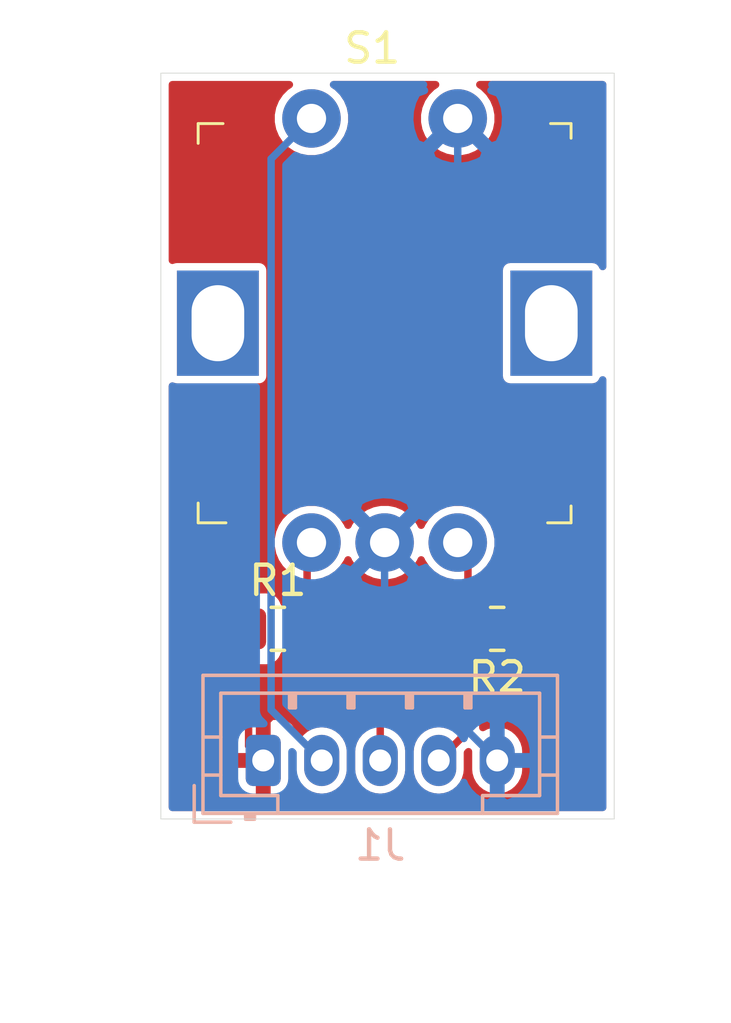
<source format=kicad_pcb>
(kicad_pcb (version 20171130) (host pcbnew "(5.1.9)-1")

  (general
    (thickness 1.6)
    (drawings 4)
    (tracks 22)
    (zones 0)
    (modules 4)
    (nets 7)
  )

  (page A4)
  (layers
    (0 F.Cu signal)
    (31 B.Cu signal)
    (32 B.Adhes user)
    (33 F.Adhes user)
    (34 B.Paste user)
    (35 F.Paste user)
    (36 B.SilkS user)
    (37 F.SilkS user)
    (38 B.Mask user)
    (39 F.Mask user)
    (40 Dwgs.User user)
    (41 Cmts.User user)
    (42 Eco1.User user)
    (43 Eco2.User user)
    (44 Edge.Cuts user)
    (45 Margin user)
    (46 B.CrtYd user)
    (47 F.CrtYd user)
    (48 B.Fab user hide)
    (49 F.Fab user hide)
  )

  (setup
    (last_trace_width 0.254)
    (trace_clearance 0.254)
    (zone_clearance 0.508)
    (zone_45_only no)
    (trace_min 0.127)
    (via_size 0.6096)
    (via_drill 0.3048)
    (via_min_size 0.6096)
    (via_min_drill 0.3048)
    (uvia_size 0.6096)
    (uvia_drill 0.3048)
    (uvias_allowed no)
    (uvia_min_size 0.6096)
    (uvia_min_drill 0.3048)
    (edge_width 0.0254)
    (segment_width 0.2)
    (pcb_text_width 0.3)
    (pcb_text_size 1.5 1.5)
    (mod_edge_width 0.12)
    (mod_text_size 0.8128 0.8128)
    (mod_text_width 0.1524)
    (pad_size 1.524 1.524)
    (pad_drill 0.762)
    (pad_to_mask_clearance 0)
    (aux_axis_origin 0 0)
    (visible_elements FFFFFF7F)
    (pcbplotparams
      (layerselection 0x010fc_ffffffff)
      (usegerberextensions false)
      (usegerberattributes true)
      (usegerberadvancedattributes true)
      (creategerberjobfile true)
      (excludeedgelayer true)
      (linewidth 0.100000)
      (plotframeref false)
      (viasonmask false)
      (mode 1)
      (useauxorigin false)
      (hpglpennumber 1)
      (hpglpenspeed 20)
      (hpglpendiameter 15.000000)
      (psnegative false)
      (psa4output false)
      (plotreference true)
      (plotvalue true)
      (plotinvisibletext false)
      (padsonsilk false)
      (subtractmaskfromsilk false)
      (outputformat 1)
      (mirror false)
      (drillshape 1)
      (scaleselection 1)
      (outputdirectory ""))
  )

  (net 0 "")
  (net 1 GND)
  (net 2 B)
  (net 3 A)
  (net 4 PB)
  (net 5 VCC)
  (net 6 "Net-(S1-Pad3)")

  (net_class Default "This is the default net class."
    (clearance 0.254)
    (trace_width 0.254)
    (via_dia 0.6096)
    (via_drill 0.3048)
    (uvia_dia 0.6096)
    (uvia_drill 0.3048)
    (add_net A)
    (add_net B)
    (add_net GND)
    (add_net "Net-(S1-Pad3)")
    (add_net PB)
    (add_net VCC)
  )

  (module digikey-footprints:Rotary_Encoder_Switched_PEC11R (layer F.Cu) (tedit 5B211F93) (tstamp 60A0DD5B)
    (at 137.45 101.05)
    (path /60A07B58)
    (fp_text reference S1 (at 5.275 -9.4) (layer F.SilkS)
      (effects (font (size 1 1) (thickness 0.15)))
    )
    (fp_text value PEC11R-4215F-S0024 (at 5.125 9.725) (layer F.Fab)
      (effects (font (size 1 1) (thickness 0.15)))
    )
    (fp_text user %R (at 5.65 0.125) (layer F.Fab)
      (effects (font (size 1 1) (thickness 0.15)))
    )
    (fp_line (start -1.65 8.75) (end -1.65 -8.25) (layer F.CrtYd) (width 0.05))
    (fp_line (start 13.05 8.75) (end -1.65 8.75) (layer F.CrtYd) (width 0.05))
    (fp_line (start 13.05 -8.25) (end 13.05 8.75) (layer F.CrtYd) (width 0.05))
    (fp_line (start -1.65 -8.25) (end 13.05 -8.25) (layer F.CrtYd) (width 0.05))
    (fp_line (start 0.275 6.825) (end -0.675 6.825) (layer F.SilkS) (width 0.1))
    (fp_line (start -0.675 6.825) (end -0.675 6.15) (layer F.SilkS) (width 0.1))
    (fp_line (start 0.175 -6.825) (end -0.675 -6.825) (layer F.SilkS) (width 0.1))
    (fp_line (start -0.675 -6.825) (end -0.675 -6.15) (layer F.SilkS) (width 0.1))
    (fp_line (start 12.075 6.25) (end 12.075 6.825) (layer F.SilkS) (width 0.1))
    (fp_line (start 12.075 6.825) (end 11.275 6.825) (layer F.SilkS) (width 0.1))
    (fp_line (start 11.375 -6.825) (end 12.075 -6.825) (layer F.SilkS) (width 0.1))
    (fp_line (start 12.075 -6.825) (end 12.075 -6.325) (layer F.SilkS) (width 0.1))
    (fp_line (start -0.55 -6.7) (end 11.95 -6.7) (layer F.Fab) (width 0.1))
    (fp_line (start -0.55 6.7) (end 11.95 6.7) (layer F.Fab) (width 0.1))
    (fp_line (start -0.55 -6.7) (end -0.55 6.7) (layer F.Fab) (width 0.1))
    (fp_line (start 11.95 -6.7) (end 11.95 6.7) (layer F.Fab) (width 0.1))
    (pad B thru_hole circle (at 8.2 7.5) (size 2 2) (drill 1) (layers *.Cu *.Mask)
      (net 2 B))
    (pad C thru_hole circle (at 5.7 7.5) (size 2 2) (drill 1) (layers *.Cu *.Mask)
      (net 1 GND))
    (pad A thru_hole circle (at 3.2 7.5) (size 2 2) (drill 1) (layers *.Cu *.Mask)
      (net 3 A))
    (pad 2 thru_hole circle (at 8.2 -7) (size 2 2) (drill 1) (layers *.Cu *.Mask)
      (net 1 GND))
    (pad 1 thru_hole circle (at 3.2 -7) (size 2 2) (drill 1) (layers *.Cu *.Mask)
      (net 4 PB))
    (pad 3 thru_hole rect (at 11.4 0) (size 2.8 3.6) (drill oval 1.8 2.6) (layers *.Cu *.Mask)
      (net 6 "Net-(S1-Pad3)"))
    (pad 3 thru_hole rect (at 0 0) (size 2.8 3.6) (drill oval 1.8 2.6) (layers *.Cu *.Mask)
      (net 6 "Net-(S1-Pad3)"))
  )

  (module Resistor_SMD:R_0805_2012Metric_Pad1.20x1.40mm_HandSolder (layer F.Cu) (tedit 5F68FEEE) (tstamp 60A0DD3F)
    (at 147 111.5 180)
    (descr "Resistor SMD 0805 (2012 Metric), square (rectangular) end terminal, IPC_7351 nominal with elongated pad for handsoldering. (Body size source: IPC-SM-782 page 72, https://www.pcb-3d.com/wordpress/wp-content/uploads/ipc-sm-782a_amendment_1_and_2.pdf), generated with kicad-footprint-generator")
    (tags "resistor handsolder")
    (path /60A0DCE2)
    (attr smd)
    (fp_text reference R2 (at 0 -1.65) (layer F.SilkS)
      (effects (font (size 1 1) (thickness 0.15)))
    )
    (fp_text value 10K (at 0 1.65) (layer F.Fab)
      (effects (font (size 1 1) (thickness 0.15)))
    )
    (fp_text user %R (at 0 0) (layer F.Fab)
      (effects (font (size 0.5 0.5) (thickness 0.08)))
    )
    (fp_line (start -1 0.625) (end -1 -0.625) (layer F.Fab) (width 0.1))
    (fp_line (start -1 -0.625) (end 1 -0.625) (layer F.Fab) (width 0.1))
    (fp_line (start 1 -0.625) (end 1 0.625) (layer F.Fab) (width 0.1))
    (fp_line (start 1 0.625) (end -1 0.625) (layer F.Fab) (width 0.1))
    (fp_line (start -0.227064 -0.735) (end 0.227064 -0.735) (layer F.SilkS) (width 0.12))
    (fp_line (start -0.227064 0.735) (end 0.227064 0.735) (layer F.SilkS) (width 0.12))
    (fp_line (start -1.85 0.95) (end -1.85 -0.95) (layer F.CrtYd) (width 0.05))
    (fp_line (start -1.85 -0.95) (end 1.85 -0.95) (layer F.CrtYd) (width 0.05))
    (fp_line (start 1.85 -0.95) (end 1.85 0.95) (layer F.CrtYd) (width 0.05))
    (fp_line (start 1.85 0.95) (end -1.85 0.95) (layer F.CrtYd) (width 0.05))
    (pad 2 smd roundrect (at 1 0 180) (size 1.2 1.4) (layers F.Cu F.Paste F.Mask) (roundrect_rratio 0.208333)
      (net 2 B))
    (pad 1 smd roundrect (at -1 0 180) (size 1.2 1.4) (layers F.Cu F.Paste F.Mask) (roundrect_rratio 0.208333)
      (net 5 VCC))
    (model ${KISYS3DMOD}/Resistor_SMD.3dshapes/R_0805_2012Metric.wrl
      (at (xyz 0 0 0))
      (scale (xyz 1 1 1))
      (rotate (xyz 0 0 0))
    )
  )

  (module Resistor_SMD:R_0805_2012Metric_Pad1.20x1.40mm_HandSolder (layer F.Cu) (tedit 5F68FEEE) (tstamp 60A0DD2E)
    (at 139.5 111.5)
    (descr "Resistor SMD 0805 (2012 Metric), square (rectangular) end terminal, IPC_7351 nominal with elongated pad for handsoldering. (Body size source: IPC-SM-782 page 72, https://www.pcb-3d.com/wordpress/wp-content/uploads/ipc-sm-782a_amendment_1_and_2.pdf), generated with kicad-footprint-generator")
    (tags "resistor handsolder")
    (path /60A0C0F0)
    (attr smd)
    (fp_text reference R1 (at 0 -1.65) (layer F.SilkS)
      (effects (font (size 1 1) (thickness 0.15)))
    )
    (fp_text value 10K (at 0 1.65) (layer F.Fab)
      (effects (font (size 1 1) (thickness 0.15)))
    )
    (fp_text user %R (at 0 0) (layer F.Fab)
      (effects (font (size 0.5 0.5) (thickness 0.08)))
    )
    (fp_line (start -1 0.625) (end -1 -0.625) (layer F.Fab) (width 0.1))
    (fp_line (start -1 -0.625) (end 1 -0.625) (layer F.Fab) (width 0.1))
    (fp_line (start 1 -0.625) (end 1 0.625) (layer F.Fab) (width 0.1))
    (fp_line (start 1 0.625) (end -1 0.625) (layer F.Fab) (width 0.1))
    (fp_line (start -0.227064 -0.735) (end 0.227064 -0.735) (layer F.SilkS) (width 0.12))
    (fp_line (start -0.227064 0.735) (end 0.227064 0.735) (layer F.SilkS) (width 0.12))
    (fp_line (start -1.85 0.95) (end -1.85 -0.95) (layer F.CrtYd) (width 0.05))
    (fp_line (start -1.85 -0.95) (end 1.85 -0.95) (layer F.CrtYd) (width 0.05))
    (fp_line (start 1.85 -0.95) (end 1.85 0.95) (layer F.CrtYd) (width 0.05))
    (fp_line (start 1.85 0.95) (end -1.85 0.95) (layer F.CrtYd) (width 0.05))
    (pad 2 smd roundrect (at 1 0) (size 1.2 1.4) (layers F.Cu F.Paste F.Mask) (roundrect_rratio 0.208333)
      (net 3 A))
    (pad 1 smd roundrect (at -1 0) (size 1.2 1.4) (layers F.Cu F.Paste F.Mask) (roundrect_rratio 0.208333)
      (net 5 VCC))
    (model ${KISYS3DMOD}/Resistor_SMD.3dshapes/R_0805_2012Metric.wrl
      (at (xyz 0 0 0))
      (scale (xyz 1 1 1))
      (rotate (xyz 0 0 0))
    )
  )

  (module Connector_JST:JST_PH_B5B-PH-K_1x05_P2.00mm_Vertical (layer B.Cu) (tedit 5B7745C2) (tstamp 60A0DD1D)
    (at 139 116)
    (descr "JST PH series connector, B5B-PH-K (http://www.jst-mfg.com/product/pdf/eng/ePH.pdf), generated with kicad-footprint-generator")
    (tags "connector JST PH side entry")
    (path /60A0A6F8)
    (fp_text reference J1 (at 4 2.9) (layer B.SilkS)
      (effects (font (size 1 1) (thickness 0.15)) (justify mirror))
    )
    (fp_text value Conn_01x05_Male (at 4 -4) (layer B.Fab)
      (effects (font (size 1 1) (thickness 0.15)) (justify mirror))
    )
    (fp_text user %R (at 4 -1.5) (layer B.Fab)
      (effects (font (size 1 1) (thickness 0.15)) (justify mirror))
    )
    (fp_line (start -2.06 1.81) (end -2.06 -2.91) (layer B.SilkS) (width 0.12))
    (fp_line (start -2.06 -2.91) (end 10.06 -2.91) (layer B.SilkS) (width 0.12))
    (fp_line (start 10.06 -2.91) (end 10.06 1.81) (layer B.SilkS) (width 0.12))
    (fp_line (start 10.06 1.81) (end -2.06 1.81) (layer B.SilkS) (width 0.12))
    (fp_line (start -0.3 1.81) (end -0.3 2.01) (layer B.SilkS) (width 0.12))
    (fp_line (start -0.3 2.01) (end -0.6 2.01) (layer B.SilkS) (width 0.12))
    (fp_line (start -0.6 2.01) (end -0.6 1.81) (layer B.SilkS) (width 0.12))
    (fp_line (start -0.3 1.91) (end -0.6 1.91) (layer B.SilkS) (width 0.12))
    (fp_line (start 0.5 1.81) (end 0.5 1.2) (layer B.SilkS) (width 0.12))
    (fp_line (start 0.5 1.2) (end -1.45 1.2) (layer B.SilkS) (width 0.12))
    (fp_line (start -1.45 1.2) (end -1.45 -2.3) (layer B.SilkS) (width 0.12))
    (fp_line (start -1.45 -2.3) (end 9.45 -2.3) (layer B.SilkS) (width 0.12))
    (fp_line (start 9.45 -2.3) (end 9.45 1.2) (layer B.SilkS) (width 0.12))
    (fp_line (start 9.45 1.2) (end 7.5 1.2) (layer B.SilkS) (width 0.12))
    (fp_line (start 7.5 1.2) (end 7.5 1.81) (layer B.SilkS) (width 0.12))
    (fp_line (start -2.06 0.5) (end -1.45 0.5) (layer B.SilkS) (width 0.12))
    (fp_line (start -2.06 -0.8) (end -1.45 -0.8) (layer B.SilkS) (width 0.12))
    (fp_line (start 10.06 0.5) (end 9.45 0.5) (layer B.SilkS) (width 0.12))
    (fp_line (start 10.06 -0.8) (end 9.45 -0.8) (layer B.SilkS) (width 0.12))
    (fp_line (start 0.9 -2.3) (end 0.9 -1.8) (layer B.SilkS) (width 0.12))
    (fp_line (start 0.9 -1.8) (end 1.1 -1.8) (layer B.SilkS) (width 0.12))
    (fp_line (start 1.1 -1.8) (end 1.1 -2.3) (layer B.SilkS) (width 0.12))
    (fp_line (start 1 -2.3) (end 1 -1.8) (layer B.SilkS) (width 0.12))
    (fp_line (start 2.9 -2.3) (end 2.9 -1.8) (layer B.SilkS) (width 0.12))
    (fp_line (start 2.9 -1.8) (end 3.1 -1.8) (layer B.SilkS) (width 0.12))
    (fp_line (start 3.1 -1.8) (end 3.1 -2.3) (layer B.SilkS) (width 0.12))
    (fp_line (start 3 -2.3) (end 3 -1.8) (layer B.SilkS) (width 0.12))
    (fp_line (start 4.9 -2.3) (end 4.9 -1.8) (layer B.SilkS) (width 0.12))
    (fp_line (start 4.9 -1.8) (end 5.1 -1.8) (layer B.SilkS) (width 0.12))
    (fp_line (start 5.1 -1.8) (end 5.1 -2.3) (layer B.SilkS) (width 0.12))
    (fp_line (start 5 -2.3) (end 5 -1.8) (layer B.SilkS) (width 0.12))
    (fp_line (start 6.9 -2.3) (end 6.9 -1.8) (layer B.SilkS) (width 0.12))
    (fp_line (start 6.9 -1.8) (end 7.1 -1.8) (layer B.SilkS) (width 0.12))
    (fp_line (start 7.1 -1.8) (end 7.1 -2.3) (layer B.SilkS) (width 0.12))
    (fp_line (start 7 -2.3) (end 7 -1.8) (layer B.SilkS) (width 0.12))
    (fp_line (start -1.11 2.11) (end -2.36 2.11) (layer B.SilkS) (width 0.12))
    (fp_line (start -2.36 2.11) (end -2.36 0.86) (layer B.SilkS) (width 0.12))
    (fp_line (start -1.11 2.11) (end -2.36 2.11) (layer B.Fab) (width 0.1))
    (fp_line (start -2.36 2.11) (end -2.36 0.86) (layer B.Fab) (width 0.1))
    (fp_line (start -1.95 1.7) (end -1.95 -2.8) (layer B.Fab) (width 0.1))
    (fp_line (start -1.95 -2.8) (end 9.95 -2.8) (layer B.Fab) (width 0.1))
    (fp_line (start 9.95 -2.8) (end 9.95 1.7) (layer B.Fab) (width 0.1))
    (fp_line (start 9.95 1.7) (end -1.95 1.7) (layer B.Fab) (width 0.1))
    (fp_line (start -2.45 2.2) (end -2.45 -3.3) (layer B.CrtYd) (width 0.05))
    (fp_line (start -2.45 -3.3) (end 10.45 -3.3) (layer B.CrtYd) (width 0.05))
    (fp_line (start 10.45 -3.3) (end 10.45 2.2) (layer B.CrtYd) (width 0.05))
    (fp_line (start 10.45 2.2) (end -2.45 2.2) (layer B.CrtYd) (width 0.05))
    (pad 5 thru_hole oval (at 8 0) (size 1.2 1.75) (drill 0.75) (layers *.Cu *.Mask)
      (net 1 GND))
    (pad 4 thru_hole oval (at 6 0) (size 1.2 1.75) (drill 0.75) (layers *.Cu *.Mask)
      (net 2 B))
    (pad 3 thru_hole oval (at 4 0) (size 1.2 1.75) (drill 0.75) (layers *.Cu *.Mask)
      (net 3 A))
    (pad 2 thru_hole oval (at 2 0) (size 1.2 1.75) (drill 0.75) (layers *.Cu *.Mask)
      (net 4 PB))
    (pad 1 thru_hole roundrect (at 0 0) (size 1.2 1.75) (drill 0.75) (layers *.Cu *.Mask) (roundrect_rratio 0.208333)
      (net 5 VCC))
    (model ${KISYS3DMOD}/Connector_JST.3dshapes/JST_PH_B5B-PH-K_1x05_P2.00mm_Vertical.wrl
      (at (xyz 0 0 0))
      (scale (xyz 1 1 1))
      (rotate (xyz 0 0 0))
    )
  )

  (gr_line (start 135.5 118) (end 135.5 92.5) (layer Edge.Cuts) (width 0.0254) (tstamp 60A0E1A4))
  (gr_line (start 151 118) (end 135.5 118) (layer Edge.Cuts) (width 0.0254))
  (gr_line (start 151 92.5) (end 151 118) (layer Edge.Cuts) (width 0.0254))
  (gr_line (start 135.5 92.5) (end 151 92.5) (layer Edge.Cuts) (width 0.0254))

  (segment (start 145.65 106.05) (end 143.15 108.55) (width 0.254) (layer B.Cu) (net 1))
  (segment (start 145.65 94.05) (end 145.65 106.05) (width 0.254) (layer B.Cu) (net 1))
  (segment (start 143.15 112.15) (end 147 116) (width 0.254) (layer B.Cu) (net 1))
  (segment (start 143.15 108.55) (end 143.15 112.15) (width 0.254) (layer B.Cu) (net 1))
  (segment (start 146 108.9) (end 145.65 108.55) (width 0.254) (layer F.Cu) (net 2))
  (segment (start 146 111.5) (end 146 108.9) (width 0.254) (layer F.Cu) (net 2))
  (segment (start 146 115) (end 145 116) (width 0.254) (layer F.Cu) (net 2))
  (segment (start 146 111.5) (end 146 115) (width 0.254) (layer F.Cu) (net 2))
  (segment (start 140.5 108.7) (end 140.65 108.55) (width 0.254) (layer F.Cu) (net 3))
  (segment (start 140.5 111.5) (end 140.5 108.7) (width 0.254) (layer F.Cu) (net 3))
  (segment (start 143 114) (end 140.5 111.5) (width 0.254) (layer F.Cu) (net 3))
  (segment (start 143 116) (end 143 114) (width 0.254) (layer F.Cu) (net 3))
  (segment (start 139.268999 114.268999) (end 141 116) (width 0.254) (layer B.Cu) (net 4))
  (segment (start 139.268999 95.431001) (end 139.268999 114.268999) (width 0.254) (layer B.Cu) (net 4))
  (segment (start 140.65 94.05) (end 139.268999 95.431001) (width 0.254) (layer B.Cu) (net 4))
  (segment (start 138.5 115.5) (end 139 116) (width 0.254) (layer F.Cu) (net 5))
  (segment (start 138.5 111.5) (end 138.5 115.5) (width 0.254) (layer F.Cu) (net 5))
  (segment (start 138.5 108.656118) (end 138.5 111.5) (width 0.254) (layer F.Cu) (net 5))
  (segment (start 139.987119 107.168999) (end 138.5 108.656118) (width 0.254) (layer F.Cu) (net 5))
  (segment (start 146.312881 107.168999) (end 139.987119 107.168999) (width 0.254) (layer F.Cu) (net 5))
  (segment (start 148 108.856118) (end 146.312881 107.168999) (width 0.254) (layer F.Cu) (net 5))
  (segment (start 148 111.5) (end 148 108.856118) (width 0.254) (layer F.Cu) (net 5))

  (zone (net 5) (net_name VCC) (layer F.Cu) (tstamp 0) (hatch edge 0.508)
    (connect_pads (clearance 0.254))
    (min_thickness 0.254)
    (fill yes (arc_segments 32) (thermal_gap 0.508) (thermal_bridge_width 0.508))
    (polygon
      (pts
        (xy 155 125) (xy 130 125) (xy 130 90) (xy 155 90)
      )
    )
    (filled_polygon
      (pts
        (xy 139.769664 92.977307) (xy 139.577307 93.169664) (xy 139.426174 93.395851) (xy 139.322071 93.647177) (xy 139.269 93.913983)
        (xy 139.269 94.186017) (xy 139.322071 94.452823) (xy 139.426174 94.704149) (xy 139.577307 94.930336) (xy 139.769664 95.122693)
        (xy 139.995851 95.273826) (xy 140.247177 95.377929) (xy 140.513983 95.431) (xy 140.786017 95.431) (xy 141.052823 95.377929)
        (xy 141.304149 95.273826) (xy 141.530336 95.122693) (xy 141.722693 94.930336) (xy 141.873826 94.704149) (xy 141.977929 94.452823)
        (xy 142.031 94.186017) (xy 142.031 93.913983) (xy 141.977929 93.647177) (xy 141.873826 93.395851) (xy 141.722693 93.169664)
        (xy 141.530336 92.977307) (xy 141.405209 92.8937) (xy 144.894791 92.8937) (xy 144.769664 92.977307) (xy 144.577307 93.169664)
        (xy 144.426174 93.395851) (xy 144.322071 93.647177) (xy 144.269 93.913983) (xy 144.269 94.186017) (xy 144.322071 94.452823)
        (xy 144.426174 94.704149) (xy 144.577307 94.930336) (xy 144.769664 95.122693) (xy 144.995851 95.273826) (xy 145.247177 95.377929)
        (xy 145.513983 95.431) (xy 145.786017 95.431) (xy 146.052823 95.377929) (xy 146.304149 95.273826) (xy 146.530336 95.122693)
        (xy 146.722693 94.930336) (xy 146.873826 94.704149) (xy 146.977929 94.452823) (xy 147.031 94.186017) (xy 147.031 93.913983)
        (xy 146.977929 93.647177) (xy 146.873826 93.395851) (xy 146.722693 93.169664) (xy 146.530336 92.977307) (xy 146.405209 92.8937)
        (xy 150.6063 92.8937) (xy 150.6063 99.112061) (xy 150.603701 99.103492) (xy 150.568322 99.037304) (xy 150.520711 98.979289)
        (xy 150.462696 98.931678) (xy 150.396508 98.896299) (xy 150.324689 98.874513) (xy 150.25 98.867157) (xy 147.45 98.867157)
        (xy 147.375311 98.874513) (xy 147.303492 98.896299) (xy 147.237304 98.931678) (xy 147.179289 98.979289) (xy 147.131678 99.037304)
        (xy 147.096299 99.103492) (xy 147.074513 99.175311) (xy 147.067157 99.25) (xy 147.067157 102.85) (xy 147.074513 102.924689)
        (xy 147.096299 102.996508) (xy 147.131678 103.062696) (xy 147.179289 103.120711) (xy 147.237304 103.168322) (xy 147.303492 103.203701)
        (xy 147.375311 103.225487) (xy 147.45 103.232843) (xy 150.25 103.232843) (xy 150.324689 103.225487) (xy 150.396508 103.203701)
        (xy 150.462696 103.168322) (xy 150.520711 103.120711) (xy 150.568322 103.062696) (xy 150.603701 102.996508) (xy 150.6063 102.987939)
        (xy 150.606301 117.6063) (xy 135.8937 117.6063) (xy 135.8937 116.875) (xy 137.761928 116.875) (xy 137.774188 116.999482)
        (xy 137.810498 117.11918) (xy 137.869463 117.229494) (xy 137.948815 117.326185) (xy 138.045506 117.405537) (xy 138.15582 117.464502)
        (xy 138.275518 117.500812) (xy 138.4 117.513072) (xy 138.71425 117.51) (xy 138.873 117.35125) (xy 138.873 116.127)
        (xy 137.92375 116.127) (xy 137.765 116.28575) (xy 137.761928 116.875) (xy 135.8937 116.875) (xy 135.8937 115.125)
        (xy 137.761928 115.125) (xy 137.765 115.71425) (xy 137.92375 115.873) (xy 138.873 115.873) (xy 138.873 114.64875)
        (xy 139.127 114.64875) (xy 139.127 115.873) (xy 139.147 115.873) (xy 139.147 116.127) (xy 139.127 116.127)
        (xy 139.127 117.35125) (xy 139.28575 117.51) (xy 139.6 117.513072) (xy 139.724482 117.500812) (xy 139.84418 117.464502)
        (xy 139.954494 117.405537) (xy 140.051185 117.326185) (xy 140.130537 117.229494) (xy 140.189502 117.11918) (xy 140.225812 116.999482)
        (xy 140.236494 116.891023) (xy 140.302973 116.972028) (xy 140.45235 117.094618) (xy 140.622772 117.185711) (xy 140.807691 117.241805)
        (xy 141 117.260746) (xy 141.19231 117.241805) (xy 141.377229 117.185711) (xy 141.547651 117.094618) (xy 141.697028 116.972028)
        (xy 141.819618 116.822651) (xy 141.910711 116.652229) (xy 141.966805 116.467309) (xy 141.981 116.323186) (xy 141.981 115.676813)
        (xy 141.966805 115.53269) (xy 141.910711 115.347771) (xy 141.819618 115.177349) (xy 141.697028 115.027972) (xy 141.547651 114.905382)
        (xy 141.377228 114.814289) (xy 141.192309 114.758195) (xy 141 114.739254) (xy 140.80769 114.758195) (xy 140.622771 114.814289)
        (xy 140.452349 114.905382) (xy 140.302972 115.027972) (xy 140.236494 115.108976) (xy 140.225812 115.000518) (xy 140.189502 114.88082)
        (xy 140.130537 114.770506) (xy 140.051185 114.673815) (xy 139.954494 114.594463) (xy 139.84418 114.535498) (xy 139.724482 114.499188)
        (xy 139.6 114.486928) (xy 139.28575 114.49) (xy 139.127 114.64875) (xy 138.873 114.64875) (xy 138.71425 114.49)
        (xy 138.4 114.486928) (xy 138.275518 114.499188) (xy 138.15582 114.535498) (xy 138.045506 114.594463) (xy 137.948815 114.673815)
        (xy 137.869463 114.770506) (xy 137.810498 114.88082) (xy 137.774188 115.000518) (xy 137.761928 115.125) (xy 135.8937 115.125)
        (xy 135.8937 112.2) (xy 137.261928 112.2) (xy 137.274188 112.324482) (xy 137.310498 112.44418) (xy 137.369463 112.554494)
        (xy 137.448815 112.651185) (xy 137.545506 112.730537) (xy 137.65582 112.789502) (xy 137.775518 112.825812) (xy 137.9 112.838072)
        (xy 138.21425 112.835) (xy 138.373 112.67625) (xy 138.373 111.627) (xy 137.42375 111.627) (xy 137.265 111.78575)
        (xy 137.261928 112.2) (xy 135.8937 112.2) (xy 135.8937 110.8) (xy 137.261928 110.8) (xy 137.265 111.21425)
        (xy 137.42375 111.373) (xy 138.373 111.373) (xy 138.373 110.32375) (xy 138.627 110.32375) (xy 138.627 111.373)
        (xy 138.647 111.373) (xy 138.647 111.627) (xy 138.627 111.627) (xy 138.627 112.67625) (xy 138.78575 112.835)
        (xy 139.1 112.838072) (xy 139.224482 112.825812) (xy 139.34418 112.789502) (xy 139.454494 112.730537) (xy 139.551185 112.651185)
        (xy 139.630537 112.554494) (xy 139.689502 112.44418) (xy 139.703436 112.398246) (xy 139.798411 112.47619) (xy 139.907821 112.534671)
        (xy 140.026538 112.570683) (xy 140.149999 112.582843) (xy 140.850001 112.582843) (xy 140.86313 112.58155) (xy 142.492001 114.210421)
        (xy 142.492001 114.884188) (xy 142.452349 114.905382) (xy 142.302972 115.027972) (xy 142.180382 115.177349) (xy 142.089289 115.347772)
        (xy 142.033195 115.532691) (xy 142.019 115.676814) (xy 142.019 116.323187) (xy 142.033195 116.46731) (xy 142.089289 116.652229)
        (xy 142.180383 116.822651) (xy 142.302973 116.972028) (xy 142.45235 117.094618) (xy 142.622772 117.185711) (xy 142.807691 117.241805)
        (xy 143 117.260746) (xy 143.19231 117.241805) (xy 143.377229 117.185711) (xy 143.547651 117.094618) (xy 143.697028 116.972028)
        (xy 143.819618 116.822651) (xy 143.910711 116.652229) (xy 143.966805 116.467309) (xy 143.981 116.323186) (xy 143.981 115.676813)
        (xy 143.966805 115.53269) (xy 143.910711 115.347771) (xy 143.819618 115.177349) (xy 143.697028 115.027972) (xy 143.547651 114.905382)
        (xy 143.508 114.884188) (xy 143.508 114.024944) (xy 143.510457 114) (xy 143.508 113.975053) (xy 143.500649 113.900415)
        (xy 143.471601 113.804657) (xy 143.449643 113.763576) (xy 143.424429 113.716404) (xy 143.401354 113.688288) (xy 143.360948 113.639052)
        (xy 143.341565 113.623145) (xy 141.482843 111.764423) (xy 141.482843 111.049999) (xy 141.470683 110.926538) (xy 141.434671 110.807821)
        (xy 141.37619 110.698411) (xy 141.297488 110.602512) (xy 141.201589 110.52381) (xy 141.092179 110.465329) (xy 141.008 110.439794)
        (xy 141.008 109.886845) (xy 141.052823 109.877929) (xy 141.304149 109.773826) (xy 141.530336 109.622693) (xy 141.722693 109.430336)
        (xy 141.873826 109.204149) (xy 141.9 109.14096) (xy 141.926174 109.204149) (xy 142.077307 109.430336) (xy 142.269664 109.622693)
        (xy 142.495851 109.773826) (xy 142.747177 109.877929) (xy 143.013983 109.931) (xy 143.286017 109.931) (xy 143.552823 109.877929)
        (xy 143.804149 109.773826) (xy 144.030336 109.622693) (xy 144.222693 109.430336) (xy 144.373826 109.204149) (xy 144.4 109.14096)
        (xy 144.426174 109.204149) (xy 144.577307 109.430336) (xy 144.769664 109.622693) (xy 144.995851 109.773826) (xy 145.247177 109.877929)
        (xy 145.492001 109.926627) (xy 145.492 110.439794) (xy 145.407821 110.465329) (xy 145.298411 110.52381) (xy 145.202512 110.602512)
        (xy 145.12381 110.698411) (xy 145.065329 110.807821) (xy 145.029317 110.926538) (xy 145.017157 111.049999) (xy 145.017157 111.950001)
        (xy 145.029317 112.073462) (xy 145.065329 112.192179) (xy 145.12381 112.301589) (xy 145.202512 112.397488) (xy 145.298411 112.47619)
        (xy 145.407821 112.534671) (xy 145.492 112.560206) (xy 145.492001 114.789579) (xy 145.43592 114.84566) (xy 145.377228 114.814289)
        (xy 145.192309 114.758195) (xy 145 114.739254) (xy 144.80769 114.758195) (xy 144.622771 114.814289) (xy 144.452349 114.905382)
        (xy 144.302972 115.027972) (xy 144.180382 115.177349) (xy 144.089289 115.347772) (xy 144.033195 115.532691) (xy 144.019 115.676814)
        (xy 144.019 116.323187) (xy 144.033195 116.46731) (xy 144.089289 116.652229) (xy 144.180383 116.822651) (xy 144.302973 116.972028)
        (xy 144.45235 117.094618) (xy 144.622772 117.185711) (xy 144.807691 117.241805) (xy 145 117.260746) (xy 145.19231 117.241805)
        (xy 145.377229 117.185711) (xy 145.547651 117.094618) (xy 145.697028 116.972028) (xy 145.819618 116.822651) (xy 145.910711 116.652229)
        (xy 145.966805 116.467309) (xy 145.981 116.323186) (xy 145.981 115.73742) (xy 146.019 115.69942) (xy 146.019 116.323187)
        (xy 146.033195 116.46731) (xy 146.089289 116.652229) (xy 146.180383 116.822651) (xy 146.302973 116.972028) (xy 146.45235 117.094618)
        (xy 146.622772 117.185711) (xy 146.807691 117.241805) (xy 147 117.260746) (xy 147.19231 117.241805) (xy 147.377229 117.185711)
        (xy 147.547651 117.094618) (xy 147.697028 116.972028) (xy 147.819618 116.822651) (xy 147.910711 116.652229) (xy 147.966805 116.467309)
        (xy 147.981 116.323186) (xy 147.981 115.676813) (xy 147.966805 115.53269) (xy 147.910711 115.347771) (xy 147.819618 115.177349)
        (xy 147.697028 115.027972) (xy 147.547651 114.905382) (xy 147.377228 114.814289) (xy 147.192309 114.758195) (xy 147 114.739254)
        (xy 146.80769 114.758195) (xy 146.622771 114.814289) (xy 146.508 114.875636) (xy 146.508 112.560206) (xy 146.592179 112.534671)
        (xy 146.701589 112.47619) (xy 146.796564 112.398246) (xy 146.810498 112.44418) (xy 146.869463 112.554494) (xy 146.948815 112.651185)
        (xy 147.045506 112.730537) (xy 147.15582 112.789502) (xy 147.275518 112.825812) (xy 147.4 112.838072) (xy 147.71425 112.835)
        (xy 147.873 112.67625) (xy 147.873 111.627) (xy 148.127 111.627) (xy 148.127 112.67625) (xy 148.28575 112.835)
        (xy 148.6 112.838072) (xy 148.724482 112.825812) (xy 148.84418 112.789502) (xy 148.954494 112.730537) (xy 149.051185 112.651185)
        (xy 149.130537 112.554494) (xy 149.189502 112.44418) (xy 149.225812 112.324482) (xy 149.238072 112.2) (xy 149.235 111.78575)
        (xy 149.07625 111.627) (xy 148.127 111.627) (xy 147.873 111.627) (xy 147.853 111.627) (xy 147.853 111.373)
        (xy 147.873 111.373) (xy 147.873 110.32375) (xy 148.127 110.32375) (xy 148.127 111.373) (xy 149.07625 111.373)
        (xy 149.235 111.21425) (xy 149.238072 110.8) (xy 149.225812 110.675518) (xy 149.189502 110.55582) (xy 149.130537 110.445506)
        (xy 149.051185 110.348815) (xy 148.954494 110.269463) (xy 148.84418 110.210498) (xy 148.724482 110.174188) (xy 148.6 110.161928)
        (xy 148.28575 110.165) (xy 148.127 110.32375) (xy 147.873 110.32375) (xy 147.71425 110.165) (xy 147.4 110.161928)
        (xy 147.275518 110.174188) (xy 147.15582 110.210498) (xy 147.045506 110.269463) (xy 146.948815 110.348815) (xy 146.869463 110.445506)
        (xy 146.810498 110.55582) (xy 146.796564 110.601754) (xy 146.701589 110.52381) (xy 146.592179 110.465329) (xy 146.508 110.439794)
        (xy 146.508 109.637617) (xy 146.530336 109.622693) (xy 146.722693 109.430336) (xy 146.873826 109.204149) (xy 146.977929 108.952823)
        (xy 147.031 108.686017) (xy 147.031 108.413983) (xy 146.977929 108.147177) (xy 146.873826 107.895851) (xy 146.722693 107.669664)
        (xy 146.530336 107.477307) (xy 146.304149 107.326174) (xy 146.052823 107.222071) (xy 145.786017 107.169) (xy 145.513983 107.169)
        (xy 145.247177 107.222071) (xy 144.995851 107.326174) (xy 144.769664 107.477307) (xy 144.577307 107.669664) (xy 144.426174 107.895851)
        (xy 144.4 107.95904) (xy 144.373826 107.895851) (xy 144.222693 107.669664) (xy 144.030336 107.477307) (xy 143.804149 107.326174)
        (xy 143.552823 107.222071) (xy 143.286017 107.169) (xy 143.013983 107.169) (xy 142.747177 107.222071) (xy 142.495851 107.326174)
        (xy 142.269664 107.477307) (xy 142.077307 107.669664) (xy 141.926174 107.895851) (xy 141.9 107.95904) (xy 141.873826 107.895851)
        (xy 141.722693 107.669664) (xy 141.530336 107.477307) (xy 141.304149 107.326174) (xy 141.052823 107.222071) (xy 140.786017 107.169)
        (xy 140.513983 107.169) (xy 140.247177 107.222071) (xy 139.995851 107.326174) (xy 139.769664 107.477307) (xy 139.577307 107.669664)
        (xy 139.426174 107.895851) (xy 139.322071 108.147177) (xy 139.269 108.413983) (xy 139.269 108.686017) (xy 139.322071 108.952823)
        (xy 139.426174 109.204149) (xy 139.577307 109.430336) (xy 139.769664 109.622693) (xy 139.992001 109.771253) (xy 139.992 110.439794)
        (xy 139.907821 110.465329) (xy 139.798411 110.52381) (xy 139.703436 110.601754) (xy 139.689502 110.55582) (xy 139.630537 110.445506)
        (xy 139.551185 110.348815) (xy 139.454494 110.269463) (xy 139.34418 110.210498) (xy 139.224482 110.174188) (xy 139.1 110.161928)
        (xy 138.78575 110.165) (xy 138.627 110.32375) (xy 138.373 110.32375) (xy 138.21425 110.165) (xy 137.9 110.161928)
        (xy 137.775518 110.174188) (xy 137.65582 110.210498) (xy 137.545506 110.269463) (xy 137.448815 110.348815) (xy 137.369463 110.445506)
        (xy 137.310498 110.55582) (xy 137.274188 110.675518) (xy 137.261928 110.8) (xy 135.8937 110.8) (xy 135.8937 103.198467)
        (xy 135.903492 103.203701) (xy 135.975311 103.225487) (xy 136.05 103.232843) (xy 138.85 103.232843) (xy 138.924689 103.225487)
        (xy 138.996508 103.203701) (xy 139.062696 103.168322) (xy 139.120711 103.120711) (xy 139.168322 103.062696) (xy 139.203701 102.996508)
        (xy 139.225487 102.924689) (xy 139.232843 102.85) (xy 139.232843 99.25) (xy 139.225487 99.175311) (xy 139.203701 99.103492)
        (xy 139.168322 99.037304) (xy 139.120711 98.979289) (xy 139.062696 98.931678) (xy 138.996508 98.896299) (xy 138.924689 98.874513)
        (xy 138.85 98.867157) (xy 136.05 98.867157) (xy 135.975311 98.874513) (xy 135.903492 98.896299) (xy 135.8937 98.901533)
        (xy 135.8937 92.8937) (xy 139.894791 92.8937)
      )
    )
  )
  (zone (net 1) (net_name GND) (layer B.Cu) (tstamp 0) (hatch edge 0.508)
    (connect_pads (clearance 0.254))
    (min_thickness 0.254)
    (fill yes (arc_segments 32) (thermal_gap 0.508) (thermal_bridge_width 0.508))
    (polygon
      (pts
        (xy 155 125) (xy 130 125) (xy 130 90) (xy 155 90)
      )
    )
    (filled_polygon
      (pts
        (xy 144.398917 92.978525) (xy 144.514585 93.094193) (xy 144.250186 93.189956) (xy 144.109296 93.479571) (xy 144.027616 93.791108)
        (xy 144.008282 94.112595) (xy 144.052039 94.431675) (xy 144.157205 94.736088) (xy 144.250186 94.910044) (xy 144.514587 95.005808)
        (xy 145.470395 94.05) (xy 145.456253 94.035858) (xy 145.635858 93.856253) (xy 145.65 93.870395) (xy 145.664143 93.856253)
        (xy 145.843748 94.035858) (xy 145.829605 94.05) (xy 146.785413 95.005808) (xy 147.049814 94.910044) (xy 147.190704 94.620429)
        (xy 147.272384 94.308892) (xy 147.291718 93.987405) (xy 147.247961 93.668325) (xy 147.142795 93.363912) (xy 147.049814 93.189956)
        (xy 146.785415 93.094193) (xy 146.901083 92.978525) (xy 146.816258 92.8937) (xy 150.6063 92.8937) (xy 150.6063 99.112061)
        (xy 150.603701 99.103492) (xy 150.568322 99.037304) (xy 150.520711 98.979289) (xy 150.462696 98.931678) (xy 150.396508 98.896299)
        (xy 150.324689 98.874513) (xy 150.25 98.867157) (xy 147.45 98.867157) (xy 147.375311 98.874513) (xy 147.303492 98.896299)
        (xy 147.237304 98.931678) (xy 147.179289 98.979289) (xy 147.131678 99.037304) (xy 147.096299 99.103492) (xy 147.074513 99.175311)
        (xy 147.067157 99.25) (xy 147.067157 102.85) (xy 147.074513 102.924689) (xy 147.096299 102.996508) (xy 147.131678 103.062696)
        (xy 147.179289 103.120711) (xy 147.237304 103.168322) (xy 147.303492 103.203701) (xy 147.375311 103.225487) (xy 147.45 103.232843)
        (xy 150.25 103.232843) (xy 150.324689 103.225487) (xy 150.396508 103.203701) (xy 150.462696 103.168322) (xy 150.520711 103.120711)
        (xy 150.568322 103.062696) (xy 150.603701 102.996508) (xy 150.6063 102.987939) (xy 150.606301 117.6063) (xy 135.8937 117.6063)
        (xy 135.8937 103.198467) (xy 135.903492 103.203701) (xy 135.975311 103.225487) (xy 136.05 103.232843) (xy 138.760999 103.232843)
        (xy 138.761 114.244045) (xy 138.758542 114.268999) (xy 138.768351 114.368583) (xy 138.797399 114.464342) (xy 138.84457 114.552594)
        (xy 138.892149 114.610569) (xy 138.908052 114.629947) (xy 138.927429 114.645849) (xy 139.023737 114.742157) (xy 138.649999 114.742157)
        (xy 138.526538 114.754317) (xy 138.407821 114.790329) (xy 138.298411 114.84881) (xy 138.202512 114.927512) (xy 138.12381 115.023411)
        (xy 138.065329 115.132821) (xy 138.029317 115.251538) (xy 138.017157 115.374999) (xy 138.017157 116.625001) (xy 138.029317 116.748462)
        (xy 138.065329 116.867179) (xy 138.12381 116.976589) (xy 138.202512 117.072488) (xy 138.298411 117.15119) (xy 138.407821 117.209671)
        (xy 138.526538 117.245683) (xy 138.649999 117.257843) (xy 139.350001 117.257843) (xy 139.473462 117.245683) (xy 139.592179 117.209671)
        (xy 139.701589 117.15119) (xy 139.797488 117.072488) (xy 139.87619 116.976589) (xy 139.934671 116.867179) (xy 139.970683 116.748462)
        (xy 139.982843 116.625001) (xy 139.982843 115.701264) (xy 140.019 115.737421) (xy 140.019 116.323187) (xy 140.033195 116.46731)
        (xy 140.089289 116.652229) (xy 140.180383 116.822651) (xy 140.302973 116.972028) (xy 140.45235 117.094618) (xy 140.622772 117.185711)
        (xy 140.807691 117.241805) (xy 141 117.260746) (xy 141.19231 117.241805) (xy 141.377229 117.185711) (xy 141.547651 117.094618)
        (xy 141.697028 116.972028) (xy 141.819618 116.822651) (xy 141.910711 116.652229) (xy 141.966805 116.467309) (xy 141.981 116.323186)
        (xy 141.981 115.676814) (xy 142.019 115.676814) (xy 142.019 116.323187) (xy 142.033195 116.46731) (xy 142.089289 116.652229)
        (xy 142.180383 116.822651) (xy 142.302973 116.972028) (xy 142.45235 117.094618) (xy 142.622772 117.185711) (xy 142.807691 117.241805)
        (xy 143 117.260746) (xy 143.19231 117.241805) (xy 143.377229 117.185711) (xy 143.547651 117.094618) (xy 143.697028 116.972028)
        (xy 143.819618 116.822651) (xy 143.910711 116.652229) (xy 143.966805 116.467309) (xy 143.981 116.323186) (xy 143.981 115.676814)
        (xy 144.019 115.676814) (xy 144.019 116.323187) (xy 144.033195 116.46731) (xy 144.089289 116.652229) (xy 144.180383 116.822651)
        (xy 144.302973 116.972028) (xy 144.45235 117.094618) (xy 144.622772 117.185711) (xy 144.807691 117.241805) (xy 145 117.260746)
        (xy 145.19231 117.241805) (xy 145.377229 117.185711) (xy 145.547651 117.094618) (xy 145.697028 116.972028) (xy 145.819618 116.822651)
        (xy 145.858993 116.748986) (xy 145.90761 116.864946) (xy 146.043693 117.066725) (xy 146.216526 117.238078) (xy 146.419467 117.372421)
        (xy 146.644718 117.464591) (xy 146.682391 117.468462) (xy 146.873 117.343731) (xy 146.873 116.127) (xy 147.127 116.127)
        (xy 147.127 117.343731) (xy 147.317609 117.468462) (xy 147.355282 117.464591) (xy 147.580533 117.372421) (xy 147.783474 117.238078)
        (xy 147.956307 117.066725) (xy 148.09239 116.864946) (xy 148.186493 116.640496) (xy 148.235 116.402) (xy 148.235 116.127)
        (xy 147.127 116.127) (xy 146.873 116.127) (xy 146.853 116.127) (xy 146.853 115.873) (xy 146.873 115.873)
        (xy 146.873 114.656269) (xy 147.127 114.656269) (xy 147.127 115.873) (xy 148.235 115.873) (xy 148.235 115.598)
        (xy 148.186493 115.359504) (xy 148.09239 115.135054) (xy 147.956307 114.933275) (xy 147.783474 114.761922) (xy 147.580533 114.627579)
        (xy 147.355282 114.535409) (xy 147.317609 114.531538) (xy 147.127 114.656269) (xy 146.873 114.656269) (xy 146.682391 114.531538)
        (xy 146.644718 114.535409) (xy 146.419467 114.627579) (xy 146.216526 114.761922) (xy 146.043693 114.933275) (xy 145.90761 115.135054)
        (xy 145.858993 115.251014) (xy 145.819618 115.177349) (xy 145.697028 115.027972) (xy 145.547651 114.905382) (xy 145.377228 114.814289)
        (xy 145.192309 114.758195) (xy 145 114.739254) (xy 144.80769 114.758195) (xy 144.622771 114.814289) (xy 144.452349 114.905382)
        (xy 144.302972 115.027972) (xy 144.180382 115.177349) (xy 144.089289 115.347772) (xy 144.033195 115.532691) (xy 144.019 115.676814)
        (xy 143.981 115.676814) (xy 143.981 115.676813) (xy 143.966805 115.53269) (xy 143.910711 115.347771) (xy 143.819618 115.177349)
        (xy 143.697028 115.027972) (xy 143.547651 114.905382) (xy 143.377228 114.814289) (xy 143.192309 114.758195) (xy 143 114.739254)
        (xy 142.80769 114.758195) (xy 142.622771 114.814289) (xy 142.452349 114.905382) (xy 142.302972 115.027972) (xy 142.180382 115.177349)
        (xy 142.089289 115.347772) (xy 142.033195 115.532691) (xy 142.019 115.676814) (xy 141.981 115.676814) (xy 141.981 115.676813)
        (xy 141.966805 115.53269) (xy 141.910711 115.347771) (xy 141.819618 115.177349) (xy 141.697028 115.027972) (xy 141.547651 114.905382)
        (xy 141.377228 114.814289) (xy 141.192309 114.758195) (xy 141 114.739254) (xy 140.80769 114.758195) (xy 140.622771 114.814289)
        (xy 140.56408 114.84566) (xy 139.776999 114.058579) (xy 139.776999 109.627594) (xy 139.995851 109.773826) (xy 140.247177 109.877929)
        (xy 140.513983 109.931) (xy 140.786017 109.931) (xy 141.052823 109.877929) (xy 141.304149 109.773826) (xy 141.436468 109.685413)
        (xy 142.194192 109.685413) (xy 142.289956 109.949814) (xy 142.579571 110.090704) (xy 142.891108 110.172384) (xy 143.212595 110.191718)
        (xy 143.531675 110.147961) (xy 143.836088 110.042795) (xy 144.010044 109.949814) (xy 144.105808 109.685413) (xy 143.15 108.729605)
        (xy 142.194192 109.685413) (xy 141.436468 109.685413) (xy 141.530336 109.622693) (xy 141.722693 109.430336) (xy 141.743993 109.398458)
        (xy 141.750186 109.410044) (xy 142.014587 109.505808) (xy 142.970395 108.55) (xy 143.329605 108.55) (xy 144.285413 109.505808)
        (xy 144.549814 109.410044) (xy 144.555685 109.397976) (xy 144.577307 109.430336) (xy 144.769664 109.622693) (xy 144.995851 109.773826)
        (xy 145.247177 109.877929) (xy 145.513983 109.931) (xy 145.786017 109.931) (xy 146.052823 109.877929) (xy 146.304149 109.773826)
        (xy 146.530336 109.622693) (xy 146.722693 109.430336) (xy 146.873826 109.204149) (xy 146.977929 108.952823) (xy 147.031 108.686017)
        (xy 147.031 108.413983) (xy 146.977929 108.147177) (xy 146.873826 107.895851) (xy 146.722693 107.669664) (xy 146.530336 107.477307)
        (xy 146.304149 107.326174) (xy 146.052823 107.222071) (xy 145.786017 107.169) (xy 145.513983 107.169) (xy 145.247177 107.222071)
        (xy 144.995851 107.326174) (xy 144.769664 107.477307) (xy 144.577307 107.669664) (xy 144.556007 107.701542) (xy 144.549814 107.689956)
        (xy 144.285413 107.594192) (xy 143.329605 108.55) (xy 142.970395 108.55) (xy 142.014587 107.594192) (xy 141.750186 107.689956)
        (xy 141.744315 107.702024) (xy 141.722693 107.669664) (xy 141.530336 107.477307) (xy 141.436469 107.414587) (xy 142.194192 107.414587)
        (xy 143.15 108.370395) (xy 144.105808 107.414587) (xy 144.010044 107.150186) (xy 143.720429 107.009296) (xy 143.408892 106.927616)
        (xy 143.087405 106.908282) (xy 142.768325 106.952039) (xy 142.463912 107.057205) (xy 142.289956 107.150186) (xy 142.194192 107.414587)
        (xy 141.436469 107.414587) (xy 141.304149 107.326174) (xy 141.052823 107.222071) (xy 140.786017 107.169) (xy 140.513983 107.169)
        (xy 140.247177 107.222071) (xy 139.995851 107.326174) (xy 139.776999 107.472406) (xy 139.776999 95.641421) (xy 140.101028 95.317392)
        (xy 140.247177 95.377929) (xy 140.513983 95.431) (xy 140.786017 95.431) (xy 141.052823 95.377929) (xy 141.304149 95.273826)
        (xy 141.436468 95.185413) (xy 144.694192 95.185413) (xy 144.789956 95.449814) (xy 145.079571 95.590704) (xy 145.391108 95.672384)
        (xy 145.712595 95.691718) (xy 146.031675 95.647961) (xy 146.336088 95.542795) (xy 146.510044 95.449814) (xy 146.605808 95.185413)
        (xy 145.65 94.229605) (xy 144.694192 95.185413) (xy 141.436468 95.185413) (xy 141.530336 95.122693) (xy 141.722693 94.930336)
        (xy 141.873826 94.704149) (xy 141.977929 94.452823) (xy 142.031 94.186017) (xy 142.031 93.913983) (xy 141.977929 93.647177)
        (xy 141.873826 93.395851) (xy 141.722693 93.169664) (xy 141.530336 92.977307) (xy 141.405209 92.8937) (xy 144.483742 92.8937)
      )
    )
  )
)

</source>
